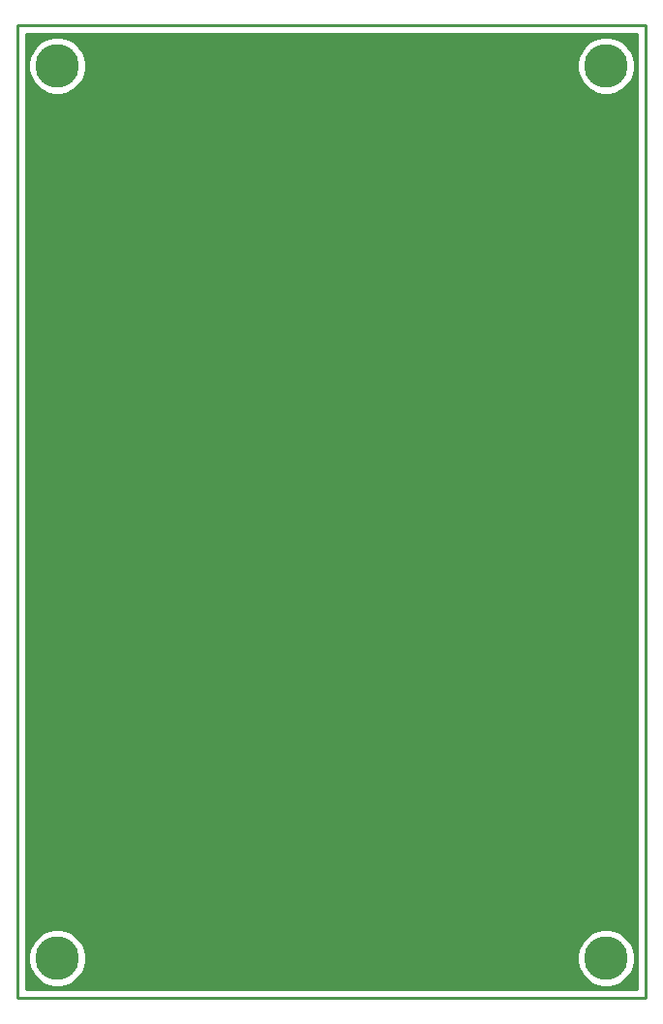
<source format=gbr>
%TF.GenerationSoftware,KiCad,Pcbnew,5.1.7-a382d34a8~87~ubuntu16.04.1*%
%TF.CreationDate,2020-11-12T14:08:06+07:00*%
%TF.ProjectId,sama5d27_som1_ek-sharp_ls0xx_lcd-adapter,73616d61-3564-4323-975f-736f6d315f65,rev?*%
%TF.SameCoordinates,Original*%
%TF.FileFunction,Copper,L2,Bot*%
%TF.FilePolarity,Positive*%
%FSLAX46Y46*%
G04 Gerber Fmt 4.6, Leading zero omitted, Abs format (unit mm)*
G04 Created by KiCad (PCBNEW 5.1.7-a382d34a8~87~ubuntu16.04.1) date 2020-11-12 14:08:06*
%MOMM*%
%LPD*%
G01*
G04 APERTURE LIST*
%TA.AperFunction,Profile*%
%ADD10C,0.250000*%
%TD*%
%TA.AperFunction,ComponentPad*%
%ADD11C,3.800000*%
%TD*%
%TA.AperFunction,ViaPad*%
%ADD12C,1.000000*%
%TD*%
%TA.AperFunction,Conductor*%
%ADD13C,0.250000*%
%TD*%
%TA.AperFunction,Conductor*%
%ADD14C,0.254000*%
%TD*%
%TA.AperFunction,Conductor*%
%ADD15C,0.150000*%
%TD*%
G04 APERTURE END LIST*
D10*
X120300000Y-52100000D02*
X175300000Y-52100000D01*
X120300000Y-137100000D02*
X120300000Y-52100000D01*
X175300000Y-137100000D02*
X120300000Y-137100000D01*
X175300000Y-52100000D02*
X175300000Y-137100000D01*
D11*
%TO.P,REF\u002A\u002A,1*%
%TO.N,N/C*%
X123800000Y-55600000D03*
%TD*%
%TO.P,REF\u002A\u002A,1*%
%TO.N,N/C*%
X171800000Y-133600000D03*
%TD*%
%TO.P,REF\u002A\u002A,1*%
%TO.N,N/C*%
X123800000Y-133600000D03*
%TD*%
%TO.P,REF\u002A\u002A,1*%
%TO.N,N/C*%
X171800000Y-55600000D03*
%TD*%
D12*
%TO.N,GND*%
X151300000Y-119700000D03*
X158300000Y-119700000D03*
X140750000Y-121250000D03*
X146900000Y-121300000D03*
X152250000Y-133100000D03*
X158300000Y-133100000D03*
%TD*%
D13*
%TO.N,GND*%
X158300000Y-122200000D02*
X158400000Y-122300000D01*
X151250000Y-122200000D02*
X158300000Y-122200000D01*
%TD*%
D14*
%TO.N,GND*%
X174540001Y-136340000D02*
X121060000Y-136340000D01*
X121060000Y-133350324D01*
X121265000Y-133350324D01*
X121265000Y-133849676D01*
X121362418Y-134339432D01*
X121553512Y-134800773D01*
X121830937Y-135215968D01*
X122184032Y-135569063D01*
X122599227Y-135846488D01*
X123060568Y-136037582D01*
X123550324Y-136135000D01*
X124049676Y-136135000D01*
X124539432Y-136037582D01*
X125000773Y-135846488D01*
X125415968Y-135569063D01*
X125769063Y-135215968D01*
X126046488Y-134800773D01*
X126237582Y-134339432D01*
X126335000Y-133849676D01*
X126335000Y-133350324D01*
X169265000Y-133350324D01*
X169265000Y-133849676D01*
X169362418Y-134339432D01*
X169553512Y-134800773D01*
X169830937Y-135215968D01*
X170184032Y-135569063D01*
X170599227Y-135846488D01*
X171060568Y-136037582D01*
X171550324Y-136135000D01*
X172049676Y-136135000D01*
X172539432Y-136037582D01*
X173000773Y-135846488D01*
X173415968Y-135569063D01*
X173769063Y-135215968D01*
X174046488Y-134800773D01*
X174237582Y-134339432D01*
X174335000Y-133849676D01*
X174335000Y-133350324D01*
X174237582Y-132860568D01*
X174046488Y-132399227D01*
X173769063Y-131984032D01*
X173415968Y-131630937D01*
X173000773Y-131353512D01*
X172539432Y-131162418D01*
X172049676Y-131065000D01*
X171550324Y-131065000D01*
X171060568Y-131162418D01*
X170599227Y-131353512D01*
X170184032Y-131630937D01*
X169830937Y-131984032D01*
X169553512Y-132399227D01*
X169362418Y-132860568D01*
X169265000Y-133350324D01*
X126335000Y-133350324D01*
X126237582Y-132860568D01*
X126046488Y-132399227D01*
X125769063Y-131984032D01*
X125415968Y-131630937D01*
X125000773Y-131353512D01*
X124539432Y-131162418D01*
X124049676Y-131065000D01*
X123550324Y-131065000D01*
X123060568Y-131162418D01*
X122599227Y-131353512D01*
X122184032Y-131630937D01*
X121830937Y-131984032D01*
X121553512Y-132399227D01*
X121362418Y-132860568D01*
X121265000Y-133350324D01*
X121060000Y-133350324D01*
X121060000Y-55350324D01*
X121265000Y-55350324D01*
X121265000Y-55849676D01*
X121362418Y-56339432D01*
X121553512Y-56800773D01*
X121830937Y-57215968D01*
X122184032Y-57569063D01*
X122599227Y-57846488D01*
X123060568Y-58037582D01*
X123550324Y-58135000D01*
X124049676Y-58135000D01*
X124539432Y-58037582D01*
X125000773Y-57846488D01*
X125415968Y-57569063D01*
X125769063Y-57215968D01*
X126046488Y-56800773D01*
X126237582Y-56339432D01*
X126335000Y-55849676D01*
X126335000Y-55350324D01*
X169265000Y-55350324D01*
X169265000Y-55849676D01*
X169362418Y-56339432D01*
X169553512Y-56800773D01*
X169830937Y-57215968D01*
X170184032Y-57569063D01*
X170599227Y-57846488D01*
X171060568Y-58037582D01*
X171550324Y-58135000D01*
X172049676Y-58135000D01*
X172539432Y-58037582D01*
X173000773Y-57846488D01*
X173415968Y-57569063D01*
X173769063Y-57215968D01*
X174046488Y-56800773D01*
X174237582Y-56339432D01*
X174335000Y-55849676D01*
X174335000Y-55350324D01*
X174237582Y-54860568D01*
X174046488Y-54399227D01*
X173769063Y-53984032D01*
X173415968Y-53630937D01*
X173000773Y-53353512D01*
X172539432Y-53162418D01*
X172049676Y-53065000D01*
X171550324Y-53065000D01*
X171060568Y-53162418D01*
X170599227Y-53353512D01*
X170184032Y-53630937D01*
X169830937Y-53984032D01*
X169553512Y-54399227D01*
X169362418Y-54860568D01*
X169265000Y-55350324D01*
X126335000Y-55350324D01*
X126237582Y-54860568D01*
X126046488Y-54399227D01*
X125769063Y-53984032D01*
X125415968Y-53630937D01*
X125000773Y-53353512D01*
X124539432Y-53162418D01*
X124049676Y-53065000D01*
X123550324Y-53065000D01*
X123060568Y-53162418D01*
X122599227Y-53353512D01*
X122184032Y-53630937D01*
X121830937Y-53984032D01*
X121553512Y-54399227D01*
X121362418Y-54860568D01*
X121265000Y-55350324D01*
X121060000Y-55350324D01*
X121060000Y-52860000D01*
X174540000Y-52860000D01*
X174540001Y-136340000D01*
%TA.AperFunction,Conductor*%
D15*
G36*
X174540001Y-136340000D02*
G01*
X121060000Y-136340000D01*
X121060000Y-133350324D01*
X121265000Y-133350324D01*
X121265000Y-133849676D01*
X121362418Y-134339432D01*
X121553512Y-134800773D01*
X121830937Y-135215968D01*
X122184032Y-135569063D01*
X122599227Y-135846488D01*
X123060568Y-136037582D01*
X123550324Y-136135000D01*
X124049676Y-136135000D01*
X124539432Y-136037582D01*
X125000773Y-135846488D01*
X125415968Y-135569063D01*
X125769063Y-135215968D01*
X126046488Y-134800773D01*
X126237582Y-134339432D01*
X126335000Y-133849676D01*
X126335000Y-133350324D01*
X169265000Y-133350324D01*
X169265000Y-133849676D01*
X169362418Y-134339432D01*
X169553512Y-134800773D01*
X169830937Y-135215968D01*
X170184032Y-135569063D01*
X170599227Y-135846488D01*
X171060568Y-136037582D01*
X171550324Y-136135000D01*
X172049676Y-136135000D01*
X172539432Y-136037582D01*
X173000773Y-135846488D01*
X173415968Y-135569063D01*
X173769063Y-135215968D01*
X174046488Y-134800773D01*
X174237582Y-134339432D01*
X174335000Y-133849676D01*
X174335000Y-133350324D01*
X174237582Y-132860568D01*
X174046488Y-132399227D01*
X173769063Y-131984032D01*
X173415968Y-131630937D01*
X173000773Y-131353512D01*
X172539432Y-131162418D01*
X172049676Y-131065000D01*
X171550324Y-131065000D01*
X171060568Y-131162418D01*
X170599227Y-131353512D01*
X170184032Y-131630937D01*
X169830937Y-131984032D01*
X169553512Y-132399227D01*
X169362418Y-132860568D01*
X169265000Y-133350324D01*
X126335000Y-133350324D01*
X126237582Y-132860568D01*
X126046488Y-132399227D01*
X125769063Y-131984032D01*
X125415968Y-131630937D01*
X125000773Y-131353512D01*
X124539432Y-131162418D01*
X124049676Y-131065000D01*
X123550324Y-131065000D01*
X123060568Y-131162418D01*
X122599227Y-131353512D01*
X122184032Y-131630937D01*
X121830937Y-131984032D01*
X121553512Y-132399227D01*
X121362418Y-132860568D01*
X121265000Y-133350324D01*
X121060000Y-133350324D01*
X121060000Y-55350324D01*
X121265000Y-55350324D01*
X121265000Y-55849676D01*
X121362418Y-56339432D01*
X121553512Y-56800773D01*
X121830937Y-57215968D01*
X122184032Y-57569063D01*
X122599227Y-57846488D01*
X123060568Y-58037582D01*
X123550324Y-58135000D01*
X124049676Y-58135000D01*
X124539432Y-58037582D01*
X125000773Y-57846488D01*
X125415968Y-57569063D01*
X125769063Y-57215968D01*
X126046488Y-56800773D01*
X126237582Y-56339432D01*
X126335000Y-55849676D01*
X126335000Y-55350324D01*
X169265000Y-55350324D01*
X169265000Y-55849676D01*
X169362418Y-56339432D01*
X169553512Y-56800773D01*
X169830937Y-57215968D01*
X170184032Y-57569063D01*
X170599227Y-57846488D01*
X171060568Y-58037582D01*
X171550324Y-58135000D01*
X172049676Y-58135000D01*
X172539432Y-58037582D01*
X173000773Y-57846488D01*
X173415968Y-57569063D01*
X173769063Y-57215968D01*
X174046488Y-56800773D01*
X174237582Y-56339432D01*
X174335000Y-55849676D01*
X174335000Y-55350324D01*
X174237582Y-54860568D01*
X174046488Y-54399227D01*
X173769063Y-53984032D01*
X173415968Y-53630937D01*
X173000773Y-53353512D01*
X172539432Y-53162418D01*
X172049676Y-53065000D01*
X171550324Y-53065000D01*
X171060568Y-53162418D01*
X170599227Y-53353512D01*
X170184032Y-53630937D01*
X169830937Y-53984032D01*
X169553512Y-54399227D01*
X169362418Y-54860568D01*
X169265000Y-55350324D01*
X126335000Y-55350324D01*
X126237582Y-54860568D01*
X126046488Y-54399227D01*
X125769063Y-53984032D01*
X125415968Y-53630937D01*
X125000773Y-53353512D01*
X124539432Y-53162418D01*
X124049676Y-53065000D01*
X123550324Y-53065000D01*
X123060568Y-53162418D01*
X122599227Y-53353512D01*
X122184032Y-53630937D01*
X121830937Y-53984032D01*
X121553512Y-54399227D01*
X121362418Y-54860568D01*
X121265000Y-55350324D01*
X121060000Y-55350324D01*
X121060000Y-52860000D01*
X174540000Y-52860000D01*
X174540001Y-136340000D01*
G37*
%TD.AperFunction*%
%TD*%
M02*

</source>
